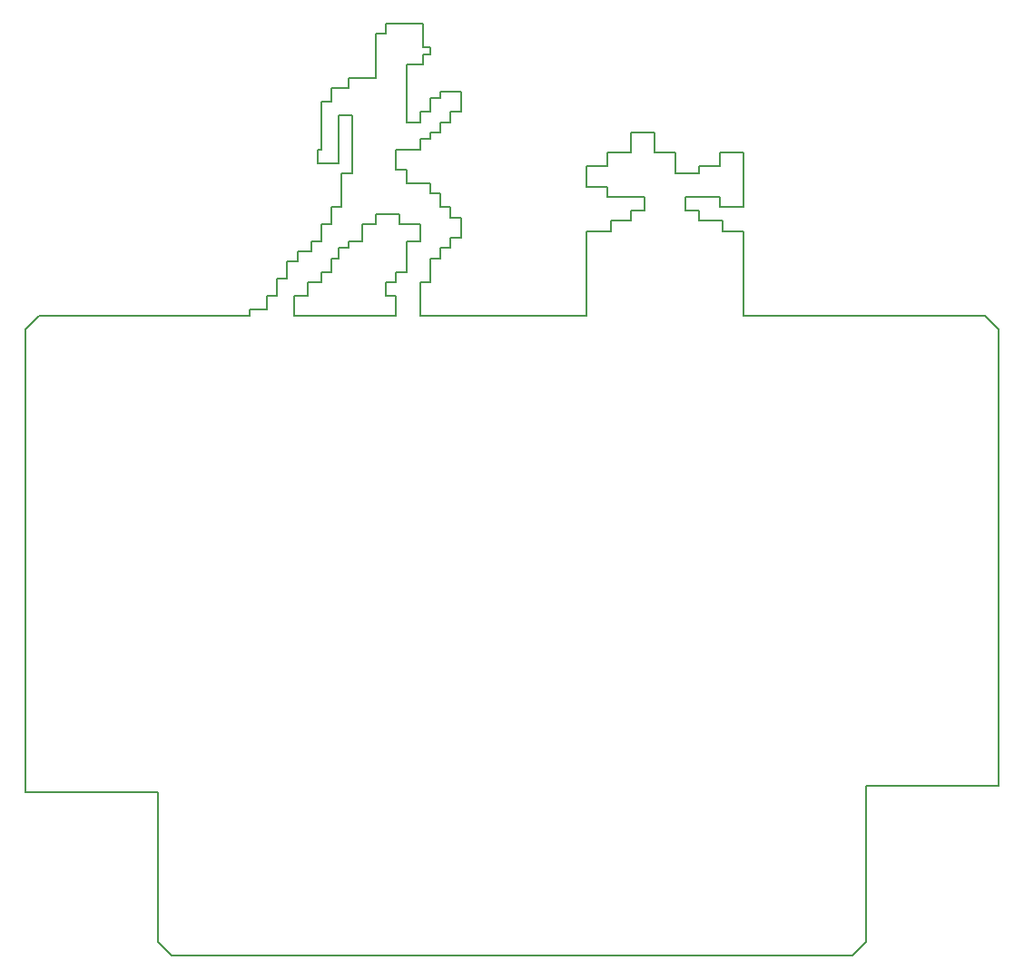
<source format=gbr>
G04 DipTrace 2.4.0.2*
%INBoardOutline.gbr*%
%MOIN*%
%ADD11C,0.0055*%
%FSLAX44Y44*%
G04*
G70*
G90*
G75*
G01*
%LNBoardOutline*%
%LPD*%
X6904Y28887D2*
D11*
X14654D1*
Y29137D1*
X15279D1*
Y29637D1*
X15654D1*
Y30262D1*
X16029D1*
Y30887D1*
X16404D1*
Y31262D1*
X16904D1*
Y31637D1*
X17279D1*
Y32262D1*
X17654D1*
Y32887D1*
X18029D1*
Y34137D1*
X18404D1*
Y36262D1*
X17904D1*
Y34512D1*
X17154D1*
Y35012D1*
X17279D1*
Y36762D1*
X17654D1*
Y37262D1*
X18279D1*
Y37637D1*
X19279D1*
Y39262D1*
X19654D1*
Y39637D1*
X21029D1*
Y38762D1*
X21279D1*
Y38512D1*
X21029D1*
Y38137D1*
X20404D1*
Y36012D1*
X20904D1*
Y36387D1*
X21279D1*
Y36887D1*
X21654D1*
Y37137D1*
X22404D1*
Y36387D1*
X22029D1*
Y36012D1*
X21654D1*
Y35637D1*
X21279D1*
Y35387D1*
X20904D1*
Y35012D1*
X20029D1*
Y34262D1*
X20404D1*
Y33762D1*
X21279D1*
Y33387D1*
X21654D1*
Y32887D1*
X22029D1*
Y32512D1*
X22404D1*
Y31762D1*
X22029D1*
Y31387D1*
X21654D1*
Y31012D1*
X21279D1*
Y30137D1*
X20904D1*
Y28887D1*
X27029D1*
Y32012D1*
X27904D1*
Y32387D1*
X28654D1*
Y32762D1*
X29154D1*
Y33262D1*
X27779D1*
Y33637D1*
X27029D1*
Y34387D1*
X27779D1*
Y34887D1*
X28654D1*
Y35637D1*
X29529D1*
Y34887D1*
X30279D1*
Y34137D1*
X31154D1*
Y34387D1*
X31904D1*
Y34887D1*
X32779D1*
Y32887D1*
X31904D1*
Y33262D1*
X30654D1*
Y32762D1*
X31154D1*
Y32387D1*
X32029D1*
Y32012D1*
X32779D1*
Y28887D1*
X41654D1*
X42154Y28387D1*
Y11637D1*
X37279D1*
Y5887D1*
X36779Y5387D1*
X11779D1*
X11279Y5887D1*
Y11387D1*
X6404D1*
Y28387D1*
X6904Y28887D1*
X16279D2*
Y29012D1*
Y29637D1*
X16779D1*
Y30137D1*
X17279D1*
Y30512D1*
X17654D1*
Y31012D1*
X17904D1*
Y31387D1*
X18279D1*
Y31637D1*
X18779D1*
Y32262D1*
X19279D1*
Y32637D1*
X20154D1*
Y32262D1*
X20904D1*
Y31637D1*
X20404D1*
Y30512D1*
X20029D1*
Y30137D1*
X19654D1*
Y29637D1*
X20029D1*
Y28887D1*
X16279D1*
M02*

</source>
